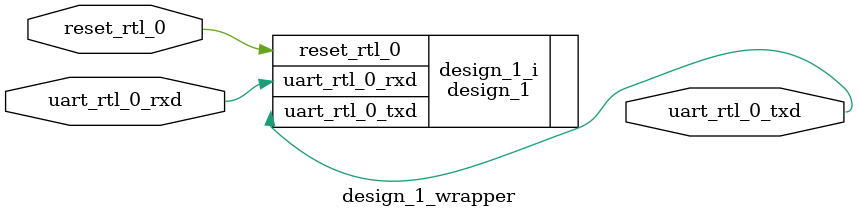
<source format=v>
`timescale 1 ps / 1 ps

module design_1_wrapper
   (reset_rtl_0,
    uart_rtl_0_rxd,
    uart_rtl_0_txd);
  input reset_rtl_0;
  input uart_rtl_0_rxd;
  output uart_rtl_0_txd;

  wire reset_rtl_0;
  wire uart_rtl_0_rxd;
  wire uart_rtl_0_txd;

  design_1 design_1_i
       (.reset_rtl_0(reset_rtl_0),
        .uart_rtl_0_rxd(uart_rtl_0_rxd),
        .uart_rtl_0_txd(uart_rtl_0_txd));
endmodule

</source>
